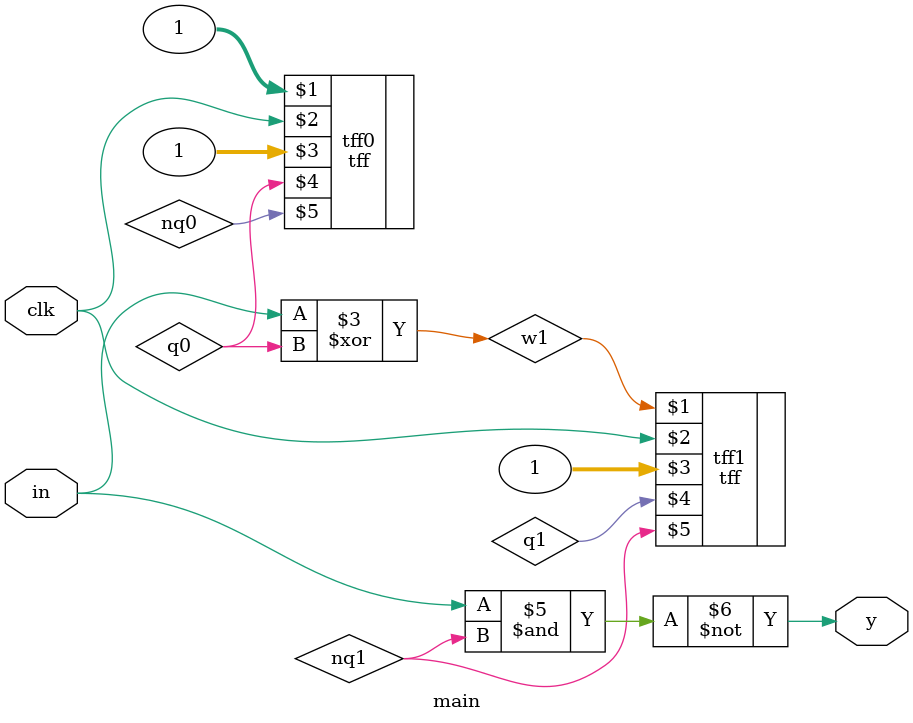
<source format=v>
`timescale 1ns / 100ps


module main(
    input in,
    input clk,
    output y
    );
    wire q0, nq0, q1, nq1;
    wire w1;
    tff tff0(1, clk, 1, q0, nq0);
    xor xor1(w1, in, q0);
    tff tff1(w1, clk, 1, q1, nq1);
    nand nand1(y, in, nq1);
endmodule
</source>
